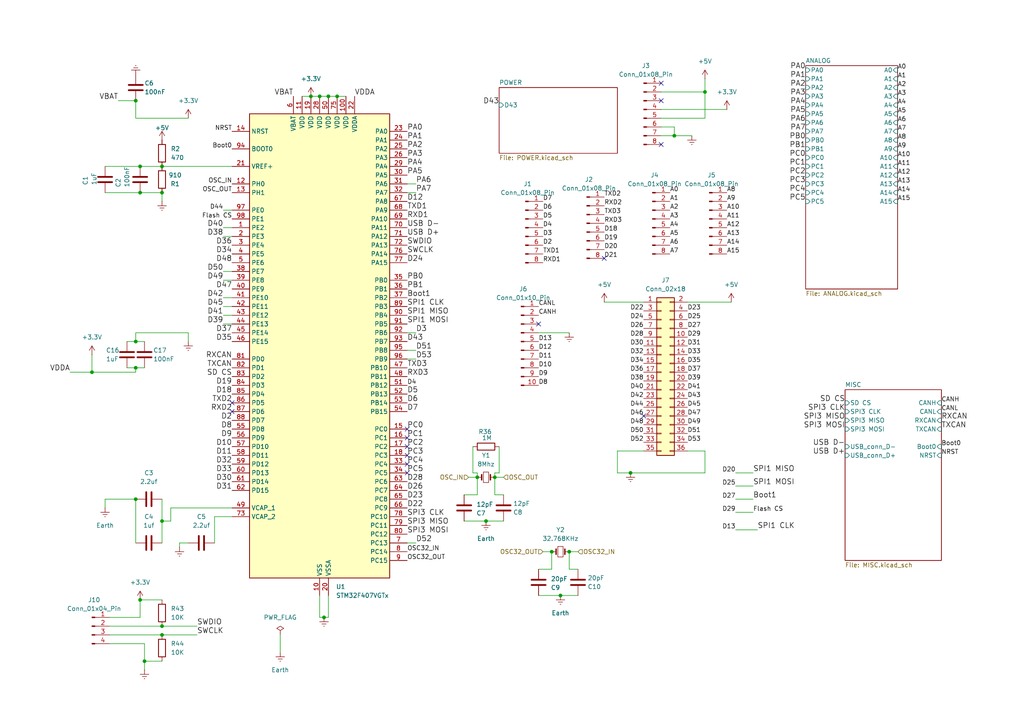
<source format=kicad_sch>
(kicad_sch (version 20231120) (generator "eeschema") (generator_version "8.0")
  (paper "A4")
  (title_block (title "STM32F407 Mega Layout") (date "2025-02-22") (rev "1.2") (company "MAZDUINO") (comment 1 "202501"))
  (lib_symbols
    (symbol "Connector:Conn_01x04_Pin" (pin_names (offset 1.016) hide)
      (property "Reference" "J" (at 0 5.08 0))
      (property "Value" "Conn_01x04_Pin" (at 0 -7.62 0))
      (symbol "Conn_01x04_Pin_1_1"
        (pin passive line (at 5.08 2.54 180) (length 3.81) (name "Pin_1") (number "1"))
        (pin passive line (at 5.08 0 180) (length 3.81) (name "Pin_2") (number "2"))
        (pin passive line (at 5.08 -2.54 180) (length 3.81) (name "Pin_3") (number "3"))
        (pin passive line (at 5.08 -5.08 180) (length 3.81) (name "Pin_4") (number "4"))
      )
    )
    (symbol "Connector:Conn_01x08_Pin" (pin_names (offset 1.016) hide)
      (property "Reference" "J" (at 0 10.16 0))
      (property "Value" "Conn_01x08_Pin" (at 0 -12.7 0))
      (symbol "Conn_01x08_Pin_1_1"
        (pin passive line (at 5.08 7.62 180) (length 3.81) (name "Pin_1") (number "1"))
        (pin passive line (at 5.08 5.08 180) (length 3.81) (name "Pin_2") (number "2"))
        (pin passive line (at 5.08 2.54 180) (length 3.81) (name "Pin_3") (number "3"))
        (pin passive line (at 5.08 0 180) (length 3.81) (name "Pin_4") (number "4"))
        (pin passive line (at 5.08 -2.54 180) (length 3.81) (name "Pin_5") (number "5"))
        (pin passive line (at 5.08 -5.08 180) (length 3.81) (name "Pin_6") (number "6"))
        (pin passive line (at 5.08 -7.62 180) (length 3.81) (name "Pin_7") (number "7"))
        (pin passive line (at 5.08 -10.16 180) (length 3.81) (name "Pin_8") (number "8"))
      )
    )
    (symbol "Connector:Conn_01x10_Pin" (pin_names (offset 1.016) hide)
      (property "Reference" "J" (at 0 12.7 0))
      (property "Value" "Conn_01x10_Pin" (at 0 -15.24 0))
      (symbol "Conn_01x10_Pin_1_1"
        (pin passive line (at 5.08 10.16 180) (length 3.81) (name "Pin_1") (number "1"))
        (pin passive line (at 5.08 -12.7 180) (length 3.81) (name "Pin_10") (number "10"))
        (pin passive line (at 5.08 7.62 180) (length 3.81) (name "Pin_2") (number "2"))
        (pin passive line (at 5.08 5.08 180) (length 3.81) (name "Pin_3") (number "3"))
        (pin passive line (at 5.08 2.54 180) (length 3.81) (name "Pin_4") (number "4"))
        (pin passive line (at 5.08 0 180) (length 3.81) (name "Pin_5") (number "5"))
        (pin passive line (at 5.08 -2.54 180) (length 3.81) (name "Pin_6") (number "6"))
        (pin passive line (at 5.08 -5.08 180) (length 3.81) (name "Pin_7") (number "7"))
        (pin passive line (at 5.08 -7.62 180) (length 3.81) (name "Pin_8") (number "8"))
        (pin passive line (at 5.08 -10.16 180) (length 3.81) (name "Pin_9") (number "9"))
      )
    )
    (symbol "Connector_Generic:Conn_02x18_Odd_Even" (pin_names (offset 1.016) hide)
      (property "Reference" "J" (at 1.27 22.86 0))
      (property "Value" "Conn_02x18_Odd_Even" (at 1.27 -25.4 0))
      (symbol "Conn_02x18_Odd_Even_1_1"
        (pin passive line (at -5.08 20.32 0) (length 3.81) (name "Pin_1") (number "1"))
        (pin passive line (at 7.62 10.16 180) (length 3.81) (name "Pin_10") (number "10"))
        (pin passive line (at -5.08 7.62 0) (length 3.81) (name "Pin_11") (number "11"))
        (pin passive line (at 7.62 7.62 180) (length 3.81) (name "Pin_12") (number "12"))
        (pin passive line (at -5.08 5.08 0) (length 3.81) (name "Pin_13") (number "13"))
        (pin passive line (at 7.62 5.08 180) (length 3.81) (name "Pin_14") (number "14"))
        (pin passive line (at -5.08 2.54 0) (length 3.81) (name "Pin_15") (number "15"))
        (pin passive line (at 7.62 2.54 180) (length 3.81) (name "Pin_16") (number "16"))
        (pin passive line (at -5.08 0 0) (length 3.81) (name "Pin_17") (number "17"))
        (pin passive line (at 7.62 0 180) (length 3.81) (name "Pin_18") (number "18"))
        (pin passive line (at -5.08 -2.54 0) (length 3.81) (name "Pin_19") (number "19"))
        (pin passive line (at 7.62 20.32 180) (length 3.81) (name "Pin_2") (number "2"))
        (pin passive line (at 7.62 -2.54 180) (length 3.81) (name "Pin_20") (number "20"))
        (pin passive line (at -5.08 -5.08 0) (length 3.81) (name "Pin_21") (number "21"))
        (pin passive line (at 7.62 -5.08 180) (length 3.81) (name "Pin_22") (number "22"))
        (pin passive line (at -5.08 -7.62 0) (length 3.81) (name "Pin_23") (number "23"))
        (pin passive line (at 7.62 -7.62 180) (length 3.81) (name "Pin_24") (number "24"))
        (pin passive line (at -5.08 -10.16 0) (length 3.81) (name "Pin_25") (number "25"))
        (pin passive line (at 7.62 -10.16 180) (length 3.81) (name "Pin_26") (number "26"))
        (pin passive line (at -5.08 -12.7 0) (length 3.81) (name "Pin_27") (number "27"))
        (pin passive line (at 7.62 -12.7 180) (length 3.81) (name "Pin_28") (number "28"))
        (pin passive line (at -5.08 -15.24 0) (length 3.81) (name "Pin_29") (number "29"))
        (pin passive line (at -5.08 17.78 0) (length 3.81) (name "Pin_3") (number "3"))
        (pin passive line (at 7.62 -15.24 180) (length 3.81) (name "Pin_30") (number "30"))
        (pin passive line (at -5.08 -17.78 0) (length 3.81) (name "Pin_31") (number "31"))
        (pin passive line (at 7.62 -17.78 180) (length 3.81) (name "Pin_32") (number "32"))
        (pin passive line (at -5.08 -20.32 0) (length 3.81) (name "Pin_33") (number "33"))
        (pin passive line (at 7.62 -20.32 180) (length 3.81) (name "Pin_34") (number "34"))
        (pin passive line (at -5.08 -22.86 0) (length 3.81) (name "Pin_35") (number "35"))
        (pin passive line (at 7.62 -22.86 180) (length 3.81) (name "Pin_36") (number "36"))
        (pin passive line (at 7.62 17.78 180) (length 3.81) (name "Pin_4") (number "4"))
        (pin passive line (at -5.08 15.24 0) (length 3.81) (name "Pin_5") (number "5"))
        (pin passive line (at 7.62 15.24 180) (length 3.81) (name "Pin_6") (number "6"))
        (pin passive line (at -5.08 12.7 0) (length 3.81) (name "Pin_7") (number "7"))
        (pin passive line (at 7.62 12.7 180) (length 3.81) (name "Pin_8") (number "8"))
        (pin passive line (at -5.08 10.16 0) (length 3.81) (name "Pin_9") (number "9"))
      )
    )
    (symbol "Device:C" (pin_numbers hide) (pin_names (offset 0.254))
      (property "Reference" "C" (at 0.635 2.54 0))
      (property "Value" "C" (at 0.635 -2.54 0))
      (symbol "C_1_1"
        (pin passive line (at 0 3.81 270) (length 2.794) (name "~") (number "1"))
        (pin passive line (at 0 -3.81 90) (length 2.794) (name "~") (number "2"))
      )
    )
    (symbol "Device:Crystal_Small" (pin_numbers hide) (pin_names (offset 1.016) hide)
      (property "Reference" "Y" (at 0 2.54 0))
      (property "Value" "Crystal_Small" (at 0 -2.54 0))
      (symbol "Crystal_Small_1_1"
        (pin passive line (at -2.54 0 0) (length 1.27) (name "1") (number "1"))
        (pin passive line (at 2.54 0 180) (length 1.27) (name "2") (number "2"))
      )
    )
    (symbol "Device:R" (pin_numbers hide) (pin_names (offset 0))
      (property "Reference" "R" (at 2.032 0 90))
      (property "Value" "R" (at 0 0 90))
      (symbol "R_1_1"
        (pin passive line (at 0 3.81 270) (length 1.27) (name "~") (number "1"))
        (pin passive line (at 0 -3.81 90) (length 1.27) (name "~") (number "2"))
      )
    )
    (symbol "MCU_ST_STM32F4:STM32F407VGTx"
      (property "Reference" "U" (at -20.32 69.85 0))
      (property "Value" "STM32F407VGTx" (at 12.7 69.85 0))
      (symbol "STM32F407VGTx_1_1"
        (pin bidirectional line (at -25.4 35.56 0) (length 5.08) (name "PE2") (number "1"))
        (pin power_in line (at 0 -71.12 90) (length 5.08) (name "VSS") (number "10"))
        (pin power_in line (at 7.62 73.66 270) (length 5.08) (name "VDD") (number "100"))
        (pin power_in line (at -5.08 73.66 270) (length 5.08) (name "VDD") (number "11"))
        (pin bidirectional line (at -25.4 48.26 0) (length 5.08) (name "PH0") (number "12"))
        (pin bidirectional line (at -25.4 45.72 0) (length 5.08) (name "PH1") (number "13"))
        (pin input line (at -25.4 63.5 0) (length 5.08) (name "NRST") (number "14"))
        (pin bidirectional line (at 25.4 -22.86 180) (length 5.08) (name "PC0") (number "15"))
        (pin bidirectional line (at 25.4 -25.4 180) (length 5.08) (name "PC1") (number "16"))
        (pin bidirectional line (at 25.4 -27.94 180) (length 5.08) (name "PC2") (number "17"))
        (pin bidirectional line (at 25.4 -30.48 180) (length 5.08) (name "PC3") (number "18"))
        (pin power_in line (at -2.54 73.66 270) (length 5.08) (name "VDD") (number "19"))
        (pin bidirectional line (at -25.4 33.02 0) (length 5.08) (name "PE3") (number "2"))
        (pin power_in line (at 2.54 -71.12 90) (length 5.08) (name "VSSA") (number "20"))
        (pin input line (at -25.4 53.34 0) (length 5.08) (name "VREF+") (number "21"))
        (pin power_in line (at 10.16 73.66 270) (length 5.08) (name "VDDA") (number "22"))
        (pin bidirectional line (at 25.4 63.5 180) (length 5.08) (name "PA0") (number "23"))
        (pin bidirectional line (at 25.4 60.96 180) (length 5.08) (name "PA1") (number "24"))
        (pin bidirectional line (at 25.4 58.42 180) (length 5.08) (name "PA2") (number "25"))
        (pin bidirectional line (at 25.4 55.88 180) (length 5.08) (name "PA3") (number "26"))
        (pin passive line (at 0 -71.12 90) (length 5.08) hide (name "VSS") (number "27"))
        (pin power_in line (at 0 73.66 270) (length 5.08) (name "VDD") (number "28"))
        (pin bidirectional line (at 25.4 53.34 180) (length 5.08) (name "PA4") (number "29"))
        (pin bidirectional line (at -25.4 30.48 0) (length 5.08) (name "PE4") (number "3"))
        (pin bidirectional line (at 25.4 50.8 180) (length 5.08) (name "PA5") (number "30"))
        (pin bidirectional line (at 25.4 48.26 180) (length 5.08) (name "PA6") (number "31"))
        (pin bidirectional line (at 25.4 45.72 180) (length 5.08) (name "PA7") (number "32"))
        (pin bidirectional line (at 25.4 -33.02 180) (length 5.08) (name "PC4") (number "33"))
        (pin bidirectional line (at 25.4 -35.56 180) (length 5.08) (name "PC5") (number "34"))
        (pin bidirectional line (at 25.4 20.32 180) (length 5.08) (name "PB0") (number "35"))
        (pin bidirectional line (at 25.4 17.78 180) (length 5.08) (name "PB1") (number "36"))
        (pin bidirectional line (at 25.4 15.24 180) (length 5.08) (name "PB2") (number "37"))
        (pin bidirectional line (at -25.4 22.86 0) (length 5.08) (name "PE7") (number "38"))
        (pin bidirectional line (at -25.4 20.32 0) (length 5.08) (name "PE8") (number "39"))
        (pin bidirectional line (at -25.4 27.94 0) (length 5.08) (name "PE5") (number "4"))
        (pin bidirectional line (at -25.4 17.78 0) (length 5.08) (name "PE9") (number "40"))
        (pin bidirectional line (at -25.4 15.24 0) (length 5.08) (name "PE10") (number "41"))
        (pin bidirectional line (at -25.4 12.7 0) (length 5.08) (name "PE11") (number "42"))
        (pin bidirectional line (at -25.4 10.16 0) (length 5.08) (name "PE12") (number "43"))
        (pin bidirectional line (at -25.4 7.62 0) (length 5.08) (name "PE13") (number "44"))
        (pin bidirectional line (at -25.4 5.08 0) (length 5.08) (name "PE14") (number "45"))
        (pin bidirectional line (at -25.4 2.54 0) (length 5.08) (name "PE15") (number "46"))
        (pin bidirectional line (at 25.4 -5.08 180) (length 5.08) (name "PB10") (number "47"))
        (pin bidirectional line (at 25.4 -7.62 180) (length 5.08) (name "PB11") (number "48"))
        (pin power_out line (at -25.4 -45.72 0) (length 5.08) (name "VCAP_1") (number "49"))
        (pin bidirectional line (at -25.4 25.4 0) (length 5.08) (name "PE6") (number "5"))
        (pin power_in line (at 2.54 73.66 270) (length 5.08) (name "VDD") (number "50"))
        (pin bidirectional line (at 25.4 -10.16 180) (length 5.08) (name "PB12") (number "51"))
        (pin bidirectional line (at 25.4 -12.7 180) (length 5.08) (name "PB13") (number "52"))
        (pin bidirectional line (at 25.4 -15.24 180) (length 5.08) (name "PB14") (number "53"))
        (pin bidirectional line (at 25.4 -17.78 180) (length 5.08) (name "PB15") (number "54"))
        (pin bidirectional line (at -25.4 -22.86 0) (length 5.08) (name "PD8") (number "55"))
        (pin bidirectional line (at -25.4 -25.4 0) (length 5.08) (name "PD9") (number "56"))
        (pin bidirectional line (at -25.4 -27.94 0) (length 5.08) (name "PD10") (number "57"))
        (pin bidirectional line (at -25.4 -30.48 0) (length 5.08) (name "PD11") (number "58"))
        (pin bidirectional line (at -25.4 -33.02 0) (length 5.08) (name "PD12") (number "59"))
        (pin power_in line (at -7.62 73.66 270) (length 5.08) (name "VBAT") (number "6"))
        (pin bidirectional line (at -25.4 -35.56 0) (length 5.08) (name "PD13") (number "60"))
        (pin bidirectional line (at -25.4 -38.1 0) (length 5.08) (name "PD14") (number "61"))
        (pin bidirectional line (at -25.4 -40.64 0) (length 5.08) (name "PD15") (number "62"))
        (pin bidirectional line (at 25.4 -38.1 180) (length 5.08) (name "PC6") (number "63"))
        (pin bidirectional line (at 25.4 -40.64 180) (length 5.08) (name "PC7") (number "64"))
        (pin bidirectional line (at 25.4 -43.18 180) (length 5.08) (name "PC8") (number "65"))
        (pin bidirectional line (at 25.4 -45.72 180) (length 5.08) (name "PC9") (number "66"))
        (pin bidirectional line (at 25.4 43.18 180) (length 5.08) (name "PA8") (number "67"))
        (pin bidirectional line (at 25.4 40.64 180) (length 5.08) (name "PA9") (number "68"))
        (pin bidirectional line (at 25.4 38.1 180) (length 5.08) (name "PA10") (number "69"))
        (pin bidirectional line (at 25.4 -55.88 180) (length 5.08) (name "PC13") (number "7"))
        (pin bidirectional line (at 25.4 35.56 180) (length 5.08) (name "PA11") (number "70"))
        (pin bidirectional line (at 25.4 33.02 180) (length 5.08) (name "PA12") (number "71"))
        (pin bidirectional line (at 25.4 30.48 180) (length 5.08) (name "PA13") (number "72"))
        (pin power_out line (at -25.4 -48.26 0) (length 5.08) (name "VCAP_2") (number "73"))
        (pin passive line (at 0 -71.12 90) (length 5.08) hide (name "VSS") (number "74"))
        (pin power_in line (at 5.08 73.66 270) (length 5.08) (name "VDD") (number "75"))
        (pin bidirectional line (at 25.4 27.94 180) (length 5.08) (name "PA14") (number "76"))
        (pin bidirectional line (at 25.4 25.4 180) (length 5.08) (name "PA15") (number "77"))
        (pin bidirectional line (at 25.4 -48.26 180) (length 5.08) (name "PC10") (number "78"))
        (pin bidirectional line (at 25.4 -50.8 180) (length 5.08) (name "PC11") (number "79"))
        (pin bidirectional line (at 25.4 -58.42 180) (length 5.08) (name "PC14") (number "8"))
        (pin bidirectional line (at 25.4 -53.34 180) (length 5.08) (name "PC12") (number "80"))
        (pin bidirectional line (at -25.4 -2.54 0) (length 5.08) (name "PD0") (number "81"))
        (pin bidirectional line (at -25.4 -5.08 0) (length 5.08) (name "PD1") (number "82"))
        (pin bidirectional line (at -25.4 -7.62 0) (length 5.08) (name "PD2") (number "83"))
        (pin bidirectional line (at -25.4 -10.16 0) (length 5.08) (name "PD3") (number "84"))
        (pin bidirectional line (at -25.4 -12.7 0) (length 5.08) (name "PD4") (number "85"))
        (pin bidirectional line (at -25.4 -15.24 0) (length 5.08) (name "PD5") (number "86"))
        (pin bidirectional line (at -25.4 -17.78 0) (length 5.08) (name "PD6") (number "87"))
        (pin bidirectional line (at -25.4 -20.32 0) (length 5.08) (name "PD7") (number "88"))
        (pin bidirectional line (at 25.4 12.7 180) (length 5.08) (name "PB3") (number "89"))
        (pin bidirectional line (at 25.4 -60.96 180) (length 5.08) (name "PC15") (number "9"))
        (pin bidirectional line (at 25.4 10.16 180) (length 5.08) (name "PB4") (number "90"))
        (pin bidirectional line (at 25.4 7.62 180) (length 5.08) (name "PB5") (number "91"))
        (pin bidirectional line (at 25.4 5.08 180) (length 5.08) (name "PB6") (number "92"))
        (pin bidirectional line (at 25.4 2.54 180) (length 5.08) (name "PB7") (number "93"))
        (pin input line (at -25.4 58.42 0) (length 5.08) (name "BOOT0") (number "94"))
        (pin bidirectional line (at 25.4 0 180) (length 5.08) (name "PB8") (number "95"))
        (pin bidirectional line (at 25.4 -2.54 180) (length 5.08) (name "PB9") (number "96"))
        (pin bidirectional line (at -25.4 40.64 0) (length 5.08) (name "PE0") (number "97"))
        (pin bidirectional line (at -25.4 38.1 0) (length 5.08) (name "PE1") (number "98"))
        (pin passive line (at 0 -71.12 90) (length 5.08) hide (name "VSS") (number "99"))
      )
    )
    (symbol "power:+3.3V" (power) (pin_numbers hide) (pin_names (offset 0) hide)
      (property "Value" "+3.3V" (at 0 3.556 0))
      (symbol "+3.3V_1_1"
        (pin power_in line (at 0 0 90) (length 0) (name "~") (number "1"))
      )
    )
    (symbol "power:+5V" (power) (pin_numbers hide) (pin_names (offset 0) hide)
      (property "Value" "+5V" (at 0 3.556 0))
      (symbol "+5V_1_1"
        (pin power_in line (at 0 0 90) (length 0) (name "~") (number "1"))
      )
    )
    (symbol "power:Earth" (power) (pin_numbers hide) (pin_names (offset 0) hide)
      (property "Value" "Earth" (at 0 -3.81 0))
      (symbol "Earth_1_1"
        (pin power_in line (at 0 0 270) (length 0) (name "~") (number "1"))
      )
    )
    (symbol "power:PWR_FLAG" (power) (pin_numbers hide) (pin_names (offset 0) hide)
      (property "Value" "PWR_FLAG" (at 0 3.81 0))
      (symbol "PWR_FLAG_0_0"
        (pin power_out line (at 0 0 90) (length 0) (name "~") (number "1"))
      )
    )
  )
  (junction (at 140.97 151.13))
  (junction (at 92.71 27.94))
  (junction (at 46.99 48.26))
  (junction (at 182.88 137.16))
  (junction (at 46.99 151.13))
  (junction (at 160.02 160.02))
  (junction (at 40.64 48.26))
  (junction (at 39.37 99.06))
  (junction (at 39.37 144.78))
  (junction (at 195.58 39.37))
  (junction (at 40.64 55.88))
  (junction (at 165.1 160.02))
  (junction (at 46.99 55.88))
  (junction (at 26.67 107.95))
  (junction (at 90.17 27.94))
  (junction (at 39.37 29.21))
  (junction (at 93.98 179.07))
  (junction (at 46.99 184.15))
  (junction (at 162.56 172.72))
  (junction (at 41.91 191.77))
  (junction (at 39.37 106.68))
  (junction (at 204.47 26.67))
  (junction (at 46.99 181.61))
  (junction (at 95.25 27.94))
  (junction (at 143.51 138.43))
  (junction (at 138.43 138.43))
  (junction (at 40.64 173.99))
  (junction (at 97.79 27.94))
  (no_connect (at 175.26 74.93))
  (no_connect (at 118.11 137.16))
  (no_connect (at 156.21 93.98))
  (no_connect (at 191.77 24.13))
  (no_connect (at 118.11 124.46))
  (no_connect (at 67.31 116.84))
  (no_connect (at 118.11 132.08))
  (no_connect (at 67.31 119.38))
  (no_connect (at 186.69 120.65))
  (no_connect (at 191.77 29.21))
  (no_connect (at 118.11 127))
  (no_connect (at 118.11 134.62))
  (no_connect (at 191.77 41.91))
  (no_connect (at 118.11 129.54))
  (wire (pts (xy 67.31 48.26) (xy 46.99 48.26)))
  (wire (pts (xy 144.78 129.54) (xy 144.78 137.16)))
  (wire (pts (xy 64.77 93.98) (xy 67.31 93.98)))
  (wire (pts (xy 39.37 144.78) (xy 39.37 157.48)))
  (wire (pts (xy 87.63 27.94) (xy 90.17 27.94)))
  (wire (pts (xy 81.28 184.15) (xy 81.28 189.23)))
  (wire (pts (xy 41.91 186.69) (xy 41.91 191.77)))
  (wire (pts (xy 36.83 106.68) (xy 39.37 106.68)))
  (wire (pts (xy 191.77 36.83) (xy 195.58 36.83)))
  (wire (pts (xy 213.36 140.97) (xy 218.44 140.97)))
  (wire (pts (xy 157.48 160.02) (xy 160.02 160.02)))
  (wire (pts (xy 191.77 31.75) (xy 210.82 31.75)))
  (wire (pts (xy 120.65 53.34) (xy 118.11 53.34)))
  (wire (pts (xy 144.78 137.16) (xy 143.51 137.16)))
  (wire (pts (xy 92.71 172.72) (xy 92.71 179.07)))
  (wire (pts (xy 179.07 137.16) (xy 182.88 137.16)))
  (wire (pts (xy 204.47 22.86) (xy 204.47 26.67)))
  (wire (pts (xy 134.62 151.13) (xy 140.97 151.13)))
  (wire (pts (xy 46.99 181.61) (xy 31.75 181.61)))
  (wire (pts (xy 39.37 99.06) (xy 41.91 99.06)))
  (wire (pts (xy 135.89 138.43) (xy 138.43 138.43)))
  (wire (pts (xy 92.71 179.07) (xy 93.98 179.07)))
  (wire (pts (xy 26.67 102.87) (xy 26.67 107.95)))
  (wire (pts (xy 191.77 39.37) (xy 195.58 39.37)))
  (wire (pts (xy 140.97 151.13) (xy 146.05 151.13)))
  (wire (pts (xy 39.37 144.78) (xy 30.48 144.78)))
  (wire (pts (xy 40.64 48.26) (xy 46.99 48.26)))
  (wire (pts (xy 143.51 138.43) (xy 146.05 138.43)))
  (wire (pts (xy 52.07 157.48) (xy 52.07 158.75)))
  (wire (pts (xy 64.77 78.74) (xy 67.31 78.74)))
  (wire (pts (xy 160.02 165.1) (xy 156.21 165.1)))
  (wire (pts (xy 46.99 58.42) (xy 46.99 55.88)))
  (wire (pts (xy 40.64 173.99) (xy 46.99 173.99)))
  (wire (pts (xy 195.58 39.37) (xy 200.66 39.37)))
  (wire (pts (xy 95.25 27.94) (xy 97.79 27.94)))
  (wire (pts (xy 204.47 26.67) (xy 204.47 34.29)))
  (wire (pts (xy 120.65 96.52) (xy 118.11 96.52)))
  (wire (pts (xy 156.21 172.72) (xy 162.56 172.72)))
  (wire (pts (xy 40.64 55.88) (xy 46.99 55.88)))
  (wire (pts (xy 49.53 151.13) (xy 46.99 151.13)))
  (wire (pts (xy 40.64 179.07) (xy 40.64 173.99)))
  (wire (pts (xy 143.51 143.51) (xy 143.51 138.43)))
  (wire (pts (xy 31.75 186.69) (xy 41.91 186.69)))
  (wire (pts (xy 191.77 26.67) (xy 204.47 26.67)))
  (wire (pts (xy 213.36 153.67) (xy 219.71 153.67)))
  (wire (pts (xy 137.16 129.54) (xy 137.16 137.16)))
  (wire (pts (xy 146.05 143.51) (xy 143.51 143.51)))
  (wire (pts (xy 165.1 96.52) (xy 156.21 96.52)))
  (wire (pts (xy 120.65 101.6) (xy 118.11 101.6)))
  (wire (pts (xy 52.07 157.48) (xy 54.61 157.48)))
  (wire (pts (xy 160.02 160.02) (xy 160.02 165.1)))
  (wire (pts (xy 30.48 48.26) (xy 40.64 48.26)))
  (wire (pts (xy 165.1 160.02) (xy 167.64 160.02)))
  (wire (pts (xy 64.77 88.9) (xy 67.31 88.9)))
  (wire (pts (xy 64.77 91.44) (xy 67.31 91.44)))
  (wire (pts (xy 175.26 87.63) (xy 186.69 87.63)))
  (wire (pts (xy 34.29 29.21) (xy 39.37 29.21)))
  (wire (pts (xy 62.23 149.86) (xy 62.23 157.48)))
  (wire (pts (xy 36.83 99.06) (xy 39.37 99.06)))
  (wire (pts (xy 213.36 144.78) (xy 218.44 144.78)))
  (wire (pts (xy 46.99 144.78) (xy 46.99 151.13)))
  (wire (pts (xy 57.15 181.61) (xy 46.99 181.61)))
  (wire (pts (xy 49.53 147.32) (xy 49.53 151.13)))
  (wire (pts (xy 54.61 99.06) (xy 54.61 96.52)))
  (wire (pts (xy 213.36 148.59) (xy 218.44 148.59)))
  (wire (pts (xy 204.47 130.81) (xy 199.39 130.81)))
  (wire (pts (xy 64.77 66.04) (xy 67.31 66.04)))
  (wire (pts (xy 64.77 86.36) (xy 67.31 86.36)))
  (wire (pts (xy 179.07 130.81) (xy 179.07 137.16)))
  (wire (pts (xy 120.65 55.88) (xy 118.11 55.88)))
  (wire (pts (xy 67.31 149.86) (xy 62.23 149.86)))
  (wire (pts (xy 20.32 107.95) (xy 26.67 107.95)))
  (wire (pts (xy 120.65 157.48) (xy 118.11 157.48)))
  (wire (pts (xy 41.91 191.77) (xy 41.91 194.31)))
  (wire (pts (xy 64.77 81.28) (xy 67.31 81.28)))
  (wire (pts (xy 165.1 165.1) (xy 165.1 160.02)))
  (wire (pts (xy 138.43 143.51) (xy 134.62 143.51)))
  (wire (pts (xy 182.88 137.16) (xy 204.47 137.16)))
  (wire (pts (xy 204.47 34.29) (xy 191.77 34.29)))
  (wire (pts (xy 186.69 130.81) (xy 179.07 130.81)))
  (wire (pts (xy 213.36 137.16) (xy 218.44 137.16)))
  (wire (pts (xy 167.64 165.1) (xy 165.1 165.1)))
  (wire (pts (xy 46.99 191.77) (xy 41.91 191.77)))
  (wire (pts (xy 199.39 87.63) (xy 212.09 87.63)))
  (wire (pts (xy 26.67 107.95) (xy 39.37 107.95)))
  (wire (pts (xy 30.48 55.88) (xy 40.64 55.88)))
  (wire (pts (xy 138.43 137.16) (xy 138.43 138.43)))
  (wire (pts (xy 162.56 172.72) (xy 167.64 172.72)))
  (wire (pts (xy 39.37 96.52) (xy 39.37 99.06)))
  (wire (pts (xy 31.75 179.07) (xy 40.64 179.07)))
  (wire (pts (xy 97.79 27.94) (xy 100.33 27.94)))
  (wire (pts (xy 95.25 179.07) (xy 95.25 172.72)))
  (wire (pts (xy 64.77 68.58) (xy 67.31 68.58)))
  (wire (pts (xy 137.16 137.16) (xy 138.43 137.16)))
  (wire (pts (xy 46.99 151.13) (xy 46.99 157.48)))
  (wire (pts (xy 143.51 137.16) (xy 143.51 138.43)))
  (wire (pts (xy 54.61 96.52) (xy 39.37 96.52)))
  (wire (pts (xy 64.77 60.96) (xy 67.31 60.96)))
  (wire (pts (xy 120.65 104.14) (xy 118.11 104.14)))
  (wire (pts (xy 39.37 34.29) (xy 39.37 29.21)))
  (wire (pts (xy 46.99 184.15) (xy 57.15 184.15)))
  (wire (pts (xy 67.31 147.32) (xy 49.53 147.32)))
  (wire (pts (xy 90.17 27.94) (xy 92.71 27.94)))
  (wire (pts (xy 39.37 34.29) (xy 54.61 34.29)))
  (wire (pts (xy 204.47 137.16) (xy 204.47 130.81)))
  (wire (pts (xy 39.37 106.68) (xy 41.91 106.68)))
  (wire (pts (xy 30.48 144.78) (xy 30.48 147.32)))
  (wire (pts (xy 92.71 27.94) (xy 95.25 27.94)))
  (wire (pts (xy 138.43 138.43) (xy 138.43 143.51)))
  (wire (pts (xy 195.58 36.83) (xy 195.58 39.37)))
  (wire (pts (xy 93.98 179.07) (xy 95.25 179.07)))
  (wire (pts (xy 39.37 107.95) (xy 39.37 106.68)))
  (wire (pts (xy 31.75 184.15) (xy 46.99 184.15)))
  (label "D20" (at 213.36 137.16 180))
  (label "PA5" (at 233.68 33.02 180) (effects (font (size 1.524 1.524))))
  (label "D22" (at 118.11 147.32 0) (effects (font (size 1.524 1.524))))
  (label "SWDIO" (at 118.11 71.12 0) (effects (font (size 1.524 1.524))))
  (label "D19" (at 67.31 111.76 180) (effects (font (size 1.524 1.524))))
  (label "D23" (at 199.39 90.17 0))
  (label "Boot1" (at 118.11 86.36 0) (effects (font (size 1.524 1.524))))
  (label "D48" (at 186.69 123.19 180))
  (label "A5" (at 260.35 33.02 0))
  (label "D41" (at 64.77 91.44 180) (effects (font (size 1.524 1.524))))
  (label "D47" (at 199.39 120.65 0))
  (label "D8" (at 156.21 111.76 0))
  (label "D37" (at 199.39 107.95 0))
  (label "TXCAN" (at 67.31 106.68 180) (effects (font (size 1.524 1.524))))
  (label "D38" (at 64.77 68.58 180) (effects (font (size 1.524 1.524))))
  (label "TXD2" (at 175.26 57.15 0))
  (label "Flash CS" (at 67.31 63.5 180))
  (label "D32" (at 67.31 134.62 180) (effects (font (size 1.524 1.524))))
  (label "D42" (at 186.69 115.57 180))
  (label "VBAT" (at 85.09 27.94 180) (effects (font (size 1.524 1.524))))
  (label "RXCAN" (at 273.05 121.92 0) (effects (font (size 1.524 1.524))))
  (label "D34" (at 67.31 73.66 180) (effects (font (size 1.524 1.524))))
  (label "A2" (at 260.35 25.4 0))
  (label "RXD3" (at 118.11 109.22 0) (effects (font (size 1.524 1.524))))
  (label "D30" (at 186.69 100.33 180))
  (label "D49" (at 64.77 81.28 180) (effects (font (size 1.524 1.524))))
  (label "OSC32_IN" (at 118.11 160.02 0))
  (label "SD CS" (at 245.11 116.84 180) (effects (font (size 1.524 1.524))))
  (label "D20" (at 175.26 72.39 0))
  (label "NRST" (at 273.05 132.08 0))
  (label "TXD2" (at 67.31 116.84 180) (effects (font (size 1.524 1.524))))
  (label "PA7" (at 120.65 55.88 0) (effects (font (size 1.524 1.524))))
  (label "A10" (at 260.35 45.72 0))
  (label "SPI3 MISO" (at 118.11 152.4 0) (effects (font (size 1.524 1.524))))
  (label "D40" (at 186.69 113.03 180))
  (label "SPI1 MOSI" (at 118.11 93.98 0) (effects (font (size 1.524 1.524))))
  (label "A3" (at 260.35 27.94 0))
  (label "PA2" (at 118.11 43.18 0) (effects (font (size 1.524 1.524))))
  (label "PA2" (at 233.68 25.4 180) (effects (font (size 1.524 1.524))))
  (label "D52" (at 186.69 128.27 180))
  (label "PB0" (at 233.68 40.64 180) (effects (font (size 1.524 1.524))))
  (label "SPI3 MISO" (at 245.11 121.92 180) (effects (font (size 1.524 1.524))))
  (label "A7" (at 260.35 38.1 0))
  (label "SPI3 CLK" (at 118.11 149.86 0) (effects (font (size 1.524 1.524))))
  (label "PC0" (at 233.68 45.72 180) (effects (font (size 1.524 1.524))))
  (label "D43" (at 144.78 30.48 180) (effects (font (size 1.524 1.524))))
  (label "A13" (at 260.35 53.34 0))
  (label "D11" (at 156.21 104.14 0))
  (label "PA4" (at 233.68 30.48 180) (effects (font (size 1.524 1.524))))
  (label "SD CS" (at 67.31 109.22 180) (effects (font (size 1.524 1.524))))
  (label "D3" (at 157.48 68.58 0))
  (label "A10" (at 210.82 60.96 0))
  (label "D45" (at 199.39 118.11 0))
  (label "D36" (at 186.69 107.95 180))
  (label "PB0" (at 118.11 81.28 0) (effects (font (size 1.524 1.524))))
  (label "RXCAN" (at 67.31 104.14 180) (effects (font (size 1.524 1.524))))
  (label "D11" (at 67.31 132.08 180) (effects (font (size 1.524 1.524))))
  (label "PA3" (at 118.11 45.72 0) (effects (font (size 1.524 1.524))))
  (label "D27" (at 213.36 144.78 180))
  (label "SPI1 MOSI" (at 218.44 140.97 0) (effects (font (size 1.524 1.524))))
  (label "D27" (at 199.39 95.25 0))
  (label "A14" (at 260.35 55.88 0))
  (label "A12" (at 210.82 66.04 0))
  (label "PB1" (at 118.11 83.82 0) (effects (font (size 1.524 1.524))))
  (label "D34" (at 186.69 105.41 180))
  (label "USB D-" (at 245.11 129.54 180) (effects (font (size 1.524 1.524))))
  (label "CANH" (at 273.05 116.84 0))
  (label "TXCAN" (at 273.05 124.46 0) (effects (font (size 1.524 1.524))))
  (label "D24" (at 186.69 92.71 180))
  (label "D43" (at 199.39 115.57 0))
  (label "PC3" (at 118.11 132.08 0) (effects (font (size 1.524 1.524))))
  (label "D33" (at 199.39 102.87 0))
  (label "SPI3 MOSI" (at 118.11 154.94 0) (effects (font (size 1.524 1.524))))
  (label "D25" (at 199.39 92.71 0))
  (label "D7" (at 157.48 58.42 0))
  (label "A15" (at 260.35 58.42 0))
  (label "CANH" (at 156.21 91.44 0))
  (label "VDDA" (at 20.32 107.95 180) (effects (font (size 1.524 1.524))))
  (label "D49" (at 199.39 123.19 0))
  (label "D31" (at 67.31 142.24 180) (effects (font (size 1.524 1.524))))
  (label "D10" (at 156.21 106.68 0))
  (label "Boot0" (at 67.31 43.18 180))
  (label "D29" (at 199.39 97.79 0))
  (label "Boot0" (at 273.05 129.54 0))
  (label "D40" (at 64.77 66.04 180) (effects (font (size 1.524 1.524))))
  (label "D12" (at 118.11 58.42 0) (effects (font (size 1.524 1.524))))
  (label "D42" (at 64.77 86.36 180) (effects (font (size 1.524 1.524))))
  (label "SWDIO" (at 57.15 181.61 0) (effects (font (size 1.524 1.524))))
  (label "PA5" (at 118.11 50.8 0) (effects (font (size 1.524 1.524))))
  (label "A2" (at 194.31 60.96 0))
  (label "D25" (at 213.36 140.97 180))
  (label "OSC32_OUT" (at 118.11 162.56 0))
  (label "PC1" (at 118.11 127 0) (effects (font (size 1.524 1.524))))
  (label "D4" (at 118.11 111.76 0))
  (label "D26" (at 118.11 142.24 0) (effects (font (size 1.524 1.524))))
  (label "D50" (at 64.77 78.74 180) (effects (font (size 1.524 1.524))))
  (label "SWCLK" (at 57.15 184.15 0) (effects (font (size 1.524 1.524))))
  (label "D18" (at 67.31 114.3 180) (effects (font (size 1.524 1.524))))
  (label "PC1" (at 233.68 48.26 180) (effects (font (size 1.524 1.524))))
  (label "SPI1 CLK" (at 118.11 88.9 0) (effects (font (size 1.524 1.524))))
  (label "D44" (at 64.77 60.96 180))
  (label "VBAT" (at 34.29 29.21 180) (effects (font (size 1.524 1.524))))
  (label "D19" (at 175.26 69.85 0))
  (label "D30" (at 67.31 139.7 180) (effects (font (size 1.524 1.524))))
  (label "D6" (at 157.48 60.96 0))
  (label "USB D+" (at 245.11 132.08 180) (effects (font (size 1.524 1.524))))
  (label "PA0" (at 118.11 38.1 0) (effects (font (size 1.524 1.524))))
  (label "A7" (at 194.31 73.66 0))
  (label "D35" (at 199.39 105.41 0))
  (label "D23" (at 118.11 144.78 0) (effects (font (size 1.524 1.524))))
  (label "RXD1" (at 118.11 63.5 0) (effects (font (size 1.524 1.524))))
  (label "A3" (at 194.31 63.5 0))
  (label "PB1" (at 233.68 43.18 180) (effects (font (size 1.524 1.524))))
  (label "D46" (at 186.69 120.65 180))
  (label "D50" (at 186.69 125.73 180))
  (label "OSC_OUT" (at 67.31 55.88 180))
  (label "A5" (at 194.31 68.58 0))
  (label "SWCLK" (at 118.11 73.66 0) (effects (font (size 1.524 1.524))))
  (label "D47" (at 67.31 83.82 180) (effects (font (size 1.524 1.524))))
  (label "CANL" (at 273.05 119.38 0))
  (label "D3" (at 120.65 96.52 0) (effects (font (size 1.524 1.524))))
  (label "PA4" (at 118.11 48.26 0) (effects (font (size 1.524 1.524))))
  (label "PA6" (at 233.68 35.56 180) (effects (font (size 1.524 1.524))))
  (label "TXD3" (at 175.26 62.23 0))
  (label "D29" (at 213.36 148.59 180))
  (label "A4" (at 194.31 66.04 0))
  (label "SPI1 CLK" (at 219.71 153.67 0) (effects (font (size 1.524 1.524))))
  (label "D37" (at 67.31 96.52 180) (effects (font (size 1.524 1.524))))
  (label "A9" (at 260.35 43.18 0))
  (label "A8" (at 260.35 40.64 0))
  (label "PA6" (at 120.65 53.34 0) (effects (font (size 1.524 1.524))))
  (label "D52" (at 120.65 157.48 0) (effects (font (size 1.524 1.524))))
  (label "RXD3" (at 175.26 64.77 0))
  (label "D38" (at 186.69 110.49 180))
  (label "TXD1" (at 118.11 60.96 0) (effects (font (size 1.524 1.524))))
  (label "D6" (at 118.11 116.84 0) (effects (font (size 1.524 1.524))))
  (label "RXD2" (at 67.31 119.38 180) (effects (font (size 1.524 1.524))))
  (label "A0" (at 194.31 55.88 0))
  (label "D9" (at 67.31 127 180) (effects (font (size 1.524 1.524))))
  (label "D41" (at 199.39 113.03 0))
  (label "D28" (at 118.11 139.7 0) (effects (font (size 1.524 1.524))))
  (label "D7" (at 118.11 119.38 0) (effects (font (size 1.524 1.524))))
  (label "PC3" (at 233.68 53.34 180) (effects (font (size 1.524 1.524))))
  (label "D39" (at 64.77 93.98 180) (effects (font (size 1.524 1.524))))
  (label "D32" (at 186.69 102.87 180))
  (label "D51" (at 120.65 101.6 0) (effects (font (size 1.524 1.524))))
  (label "D13" (at 213.36 153.67 180))
  (label "A0" (at 260.35 20.32 0))
  (label "PC2" (at 118.11 129.54 0) (effects (font (size 1.524 1.524))))
  (label "D4" (at 157.48 66.04 0))
  (label "D9" (at 156.21 109.22 0))
  (label "A13" (at 210.82 68.58 0))
  (label "D2" (at 157.48 71.12 0))
  (label "D48" (at 67.31 76.2 180) (effects (font (size 1.524 1.524))))
  (label "A11" (at 210.82 63.5 0))
  (label "PC5" (at 233.68 58.42 180) (effects (font (size 1.524 1.524))))
  (label "PC4" (at 233.68 55.88 180) (effects (font (size 1.524 1.524))))
  (label "D2" (at 67.31 121.92 180) (effects (font (size 1.524 1.524))))
  (label "A1" (at 260.35 22.86 0))
  (label "D8" (at 67.31 124.46 180) (effects (font (size 1.524 1.524))))
  (label "Flash CS" (at 218.44 148.59 0))
  (label "PA0" (at 233.68 20.32 180) (effects (font (size 1.524 1.524))))
  (label "A6" (at 260.35 35.56 0))
  (label "A9" (at 210.82 58.42 0))
  (label "A4" (at 260.35 30.48 0))
  (label "D12" (at 156.21 101.6 0))
  (label "A1" (at 194.31 58.42 0))
  (label "A15" (at 210.82 73.66 0))
  (label "A11" (at 260.35 48.26 0))
  (label "CANL" (at 156.21 88.9 0))
  (label "D33" (at 67.31 137.16 180) (effects (font (size 1.524 1.524))))
  (label "D10" (at 67.31 129.54 180) (effects (font (size 1.524 1.524))))
  (label "D28" (at 186.69 97.79 180))
  (label "D45" (at 64.77 88.9 180) (effects (font (size 1.524 1.524))))
  (label "PA7" (at 233.68 38.1 180) (effects (font (size 1.524 1.524))))
  (label "D53" (at 120.65 104.14 0) (effects (font (size 1.524 1.524))))
  (label "OSC_IN" (at 67.31 53.34 180))
  (label "D35" (at 67.31 99.06 180) (effects (font (size 1.524 1.524))))
  (label "PC2" (at 233.68 50.8 180) (effects (font (size 1.524 1.524))))
  (label "PA1" (at 233.68 22.86 180) (effects (font (size 1.524 1.524))))
  (label "D53" (at 199.39 128.27 0))
  (label "A12" (at 260.35 50.8 0))
  (label "PC4" (at 118.11 134.62 0) (effects (font (size 1.524 1.524))))
  (label "TXD3" (at 118.11 106.68 0) (effects (font (size 1.524 1.524))))
  (label "Boot1" (at 218.44 144.78 0) (effects (font (size 1.524 1.524))))
  (label "TXD1" (at 157.48 73.66 0))
  (label "USB D+" (at 118.11 68.58 0) (effects (font (size 1.524 1.524))))
  (label "A6" (at 194.31 71.12 0))
  (label "D21" (at 175.26 74.93 0))
  (label "D13" (at 156.21 99.06 0))
  (label "D5" (at 157.48 63.5 0))
  (label "SPI3 MOSI" (at 245.11 124.46 180) (effects (font (size 1.524 1.524))))
  (label "RXD1" (at 157.48 76.2 0))
  (label "D44" (at 186.69 118.11 180))
  (label "D24" (at 118.11 76.2 0) (effects (font (size 1.524 1.524))))
  (label "D22" (at 186.69 90.17 180))
  (label "PC0" (at 118.11 124.46 0) (effects (font (size 1.524 1.524))))
  (label "D5" (at 118.11 114.3 0) (effects (font (size 1.524 1.524))))
  (label "NRST" (at 67.31 38.1 180))
  (label "D39" (at 199.39 110.49 0))
  (label "D18" (at 175.26 67.31 0))
  (label "PA3" (at 233.68 27.94 180) (effects (font (size 1.524 1.524))))
  (label "D31" (at 199.39 100.33 0))
  (label "A8" (at 210.82 55.88 0))
  (label "SPI3 CLK" (at 245.11 119.38 180) (effects (font (size 1.524 1.524))))
  (label "RXD2" (at 175.26 59.69 0))
  (label "USB D-" (at 118.11 66.04 0) (effects (font (size 1.524 1.524))))
  (label "D36" (at 67.31 71.12 180) (effects (font (size 1.524 1.524))))
  (label "PA1" (at 118.11 40.64 0) (effects (font (size 1.524 1.524))))
  (label "PC5" (at 118.11 137.16 0) (effects (font (size 1.524 1.524))))
  (label "A14" (at 210.82 71.12 0))
  (label "SPI1 MISO" (at 118.11 91.44 0) (effects (font (size 1.524 1.524))))
  (label "D26" (at 186.69 95.25 180))
  (label "D51" (at 199.39 125.73 0))
  (label "VDDA" (at 102.87 27.94 0) (effects (font (size 1.524 1.524))))
  (label "SPI1 MISO" (at 218.44 137.16 0) (effects (font (size 1.524 1.524))))
  (label "D43" (at 118.11 99.06 0) (effects (font (size 1.524 1.524))))
  (hierarchical_label "OSC32_OUT" (shape input) (at 157.48 160.02 180))
  (hierarchical_label "OSC32_IN" (shape input) (at 167.64 160.02 0))
  (hierarchical_label "OSC_OUT" (shape input) (at 146.05 138.43 0))
  (hierarchical_label "OSC_IN" (shape input) (at 135.89 138.43 180))
  (symbol (lib_id "power:+5V") (at 46.99 40.64 0) (unit 1)
    (property "Reference" "#PWR03" (effects (hide yes)))
    (property "Value" "+5V" (at 46.99 37.084 0))
    (property "Description" "Power symbol creates a global label with name \"+5V\"" (effects (hide yes)))
  )
  (symbol (lib_id "power:Earth") (at 182.88 137.16 0) (unit 1)
    (property "Reference" "#PWR012" (effects (hide yes)))
    (property "Value" "Earth" (effects (hide yes)))
    (property "Description" "Power symbol creates a global label with name \"Earth\"" (effects (hide yes)))
  )
  (symbol (lib_id "power:Earth") (at 46.99 58.42 0) (unit 1)
    (property "Reference" "#PWR02" (effects (hide yes)))
    (property "Value" "Earth" (effects (hide yes)))
    (property "Description" "Power symbol creates a global label with name \"Earth\"" (effects (hide yes)))
  )
  (symbol (lib_id "power:+3.3V") (at 54.61 34.29 0) (unit 1)
    (property "Reference" "#PWR09" (effects (hide yes)))
    (property "Value" "+3.3V" (at 54.61 29.21 0))
    (property "Description" "Power symbol creates a global label with name \"+3.3V\"" (effects (hide yes)))
  )
  (symbol (lib_id "Device:C") (at 30.48 52.07 180) (unit 1)
    (property "Reference" "C1" (at 24.765 53.721 90) (effects (justify right)))
    (property "Value" "1uF" (at 27.305 53.721 90) (effects (justify right)))
    (property "Footprint" "Capacitor_SMD:C_0603_1608Metric" (effects (hide yes)))
    (property "Description" "Unpolarized capacitor" (effects (hide yes)))
  )
  (symbol (lib_id "Device:C") (at 36.83 102.87 180) (unit 1)
    (property "Reference" "C16" (at 30.734 101.6 0) (effects (justify right)))
    (property "Value" "1uF" (at 30.734 104.14 0) (effects (justify right)))
    (property "Footprint" "Capacitor_SMD:C_0603_1608Metric" (effects (hide yes)))
    (property "Description" "Unpolarized capacitor" (effects (hide yes)))
  )
  (symbol (lib_id "power:Earth") (at 54.61 99.06 0) (unit 1)
    (property "Reference" "#PWR056" (effects (hide yes)))
    (property "Value" "Earth" (effects (hide yes)))
    (property "Description" "Power symbol creates a global label with name \"Earth\"" (effects (hide yes)))
  )
  (symbol (lib_id "Device:Crystal_Small") (at 140.97 138.43 0) (unit 1)
    (property "Reference" "Y1" (at 140.97 132.08 0))
    (property "Value" "8Mhz" (at 140.97 134.62 0))
    (property "Footprint" "Crystal:Crystal_SMD_5032-2Pin_5.0x3.2mm" (effects (hide yes)))
    (property "Description" "Two pin crystal, small symbol" (effects (hide yes)))
  )
  (symbol (lib_id "Device:C") (at 146.05 147.32 0) (unit 1)
    (property "Reference" "C8" (at 148.844 148.59 0) (effects (justify left)))
    (property "Value" "12pF" (at 148.844 146.05 0) (effects (justify left)))
    (property "Footprint" "Capacitor_SMD:C_0603_1608Metric" (effects (hide yes)))
    (property "Description" "Unpolarized capacitor" (effects (hide yes)))
  )
  (symbol (lib_id "Device:C") (at 41.91 102.87 0) (unit 1)
    (property "Reference" "C17" (at 44.45 101.6 0) (effects (justify left)))
    (property "Value" "100nF" (at 44.45 104.14 0) (effects (justify left)))
    (property "Footprint" "Capacitor_SMD:C_0603_1608Metric" (effects (hide yes)))
    (property "Description" "Unpolarized capacitor" (effects (hide yes)))
  )
  (symbol (lib_id "power:+5V") (at 204.47 22.86 0) (unit 1)
    (property "Reference" "#PWR013" (effects (hide yes)))
    (property "Value" "+5V" (at 204.47 17.78 0))
    (property "Description" "Power symbol creates a global label with name \"+5V\"" (effects (hide yes)))
  )
  (symbol (lib_id "Connector:Conn_01x08_Pin") (at 152.4 66.04 0) (unit 1)
    (property "Reference" "J1" (at 153.035 53.34 0))
    (property "Value" "Conn_01x08_Pin" (at 153.035 55.88 0))
    (property "Footprint" "Connector_PinHeader_2.54mm:PinHeader_1x08_P2.54mm_Vertical" (effects (hide yes)))
    (property "Description" "Generic connector, single row, 01x08, script generated" (effects (hide yes)))
  )
  (symbol (lib_id "power:+5V") (at 175.26 87.63 0) (unit 1)
    (property "Reference" "#PWR010" (effects (hide yes)))
    (property "Value" "+5V" (at 175.26 82.55 0))
    (property "Description" "Power symbol creates a global label with name \"+5V\"" (effects (hide yes)))
  )
  (symbol (lib_id "power:Earth") (at 165.1 96.52 0) (unit 1)
    (property "Reference" "#PWR07" (effects (hide yes)))
    (property "Value" "Earth" (effects (hide yes)))
    (property "Description" "Power symbol creates a global label with name \"Earth\"" (effects (hide yes)))
  )
  (symbol (lib_id "power:+3.3V") (at 90.17 27.94 0) (unit 1)
    (property "Reference" "#PWR05" (effects (hide yes)))
    (property "Value" "+3.3V" (at 90.17 22.86 0))
    (property "Description" "Power symbol creates a global label with name \"+3.3V\"" (effects (hide yes)))
  )
  (symbol (lib_id "power:Earth") (at 162.56 172.72 0) (unit 1)
    (property "Reference" "#PWR041" (effects (hide yes)))
    (property "Value" "Earth" (at 162.56 177.8 0))
    (property "Description" "Power symbol creates a global label with name \"Earth\"" (effects (hide yes)))
  )
  (symbol (lib_id "Device:C") (at 156.21 168.91 0) (unit 1)
    (property "Reference" "C9" (at 159.766 170.434 0) (effects (justify left)))
    (property "Value" "20pF" (at 159.766 167.894 0) (effects (justify left)))
    (property "Footprint" "Capacitor_SMD:C_0603_1608Metric" (effects (hide yes)))
    (property "Description" "Unpolarized capacitor" (effects (hide yes)))
  )
  (symbol (lib_id "Device:C") (at 40.64 52.07 0) (unit 1)
    (property "Reference" "C2" (at 34.29 54.356 90) (effects (justify left)))
    (property "Value" "100nF" (at 36.83 54.356 90) (effects (justify left)))
    (property "Footprint" "Capacitor_SMD:C_0603_1608Metric" (effects (hide yes)))
    (property "Description" "Unpolarized capacitor" (effects (hide yes)))
  )
  (symbol (lib_id "Connector:Conn_01x08_Pin") (at 186.69 31.75 0) (unit 1)
    (property "Reference" "J3" (at 187.325 19.05 0))
    (property "Value" "Conn_01x08_Pin" (at 187.325 21.59 0))
    (property "Footprint" "Connector_PinHeader_2.54mm:PinHeader_1x08_P2.54mm_Vertical" (effects (hide yes)))
    (property "Description" "Generic connector, single row, 01x08, script generated" (effects (hide yes)))
  )
  (symbol (lib_id "power:Earth") (at 39.37 21.59 180) (unit 1)
    (property "Reference" "#PWR08" (effects (hide yes)))
    (property "Value" "Earth" (effects (hide yes)))
    (property "Description" "Power symbol creates a global label with name \"Earth\"" (effects (hide yes)))
  )
  (symbol (lib_id "Connector:Conn_01x08_Pin") (at 189.23 63.5 0) (unit 1)
    (property "Reference" "J4" (at 189.865 50.8 0))
    (property "Value" "Conn_01x08_Pin" (at 189.865 53.34 0))
    (property "Footprint" "Connector_PinHeader_2.54mm:PinHeader_1x08_P2.54mm_Vertical" (effects (hide yes)))
    (property "Description" "Generic connector, single row, 01x08, script generated" (effects (hide yes)))
  )
  (symbol (lib_id "power:+3.3V") (at 26.67 102.87 0) (unit 1)
    (property "Reference" "#PWR055" (effects (hide yes)))
    (property "Value" "+3.3V" (at 26.67 97.79 0))
    (property "Description" "Power symbol creates a global label with name \"+3.3V\"" (effects (hide yes)))
  )
  (symbol (lib_id "power:+5V") (at 212.09 87.63 0) (unit 1)
    (property "Reference" "#PWR011" (effects (hide yes)))
    (property "Value" "+5V" (at 212.09 82.55 0))
    (property "Description" "Power symbol creates a global label with name \"+5V\"" (effects (hide yes)))
  )
  (symbol (lib_id "power:Earth") (at 200.66 39.37 0) (unit 1)
    (property "Reference" "#PWR015" (effects (hide yes)))
    (property "Value" "Earth" (effects (hide yes)))
    (property "Description" "Power symbol creates a global label with name \"Earth\"" (effects (hide yes)))
  )
  (symbol (lib_id "Connector:Conn_01x08_Pin") (at 205.74 63.5 0) (unit 1)
    (property "Reference" "J5" (at 206.375 50.8 0))
    (property "Value" "Conn_01x08_Pin" (at 206.375 53.34 0))
    (property "Footprint" "Connector_PinHeader_2.54mm:PinHeader_1x08_P2.54mm_Vertical" (effects (hide yes)))
    (property "Description" "Generic connector, single row, 01x08, script generated" (effects (hide yes)))
  )
  (symbol (lib_id "Device:C") (at 43.18 144.78 90) (unit 1)
    (property "Reference" "C3" (at 43.18 137.16 90))
    (property "Value" "2.2uf" (at 43.18 139.7 90))
    (property "Footprint" "Capacitor_SMD:C_0603_1608Metric" (effects (hide yes)))
    (property "Description" "Unpolarized capacitor" (effects (hide yes)))
  )
  (symbol (lib_id "Device:C") (at 58.42 157.48 90) (unit 1)
    (property "Reference" "C5" (at 58.42 149.86 90))
    (property "Value" "2.2uf" (at 58.42 152.4 90))
    (property "Footprint" "Capacitor_SMD:C_0603_1608Metric" (effects (hide yes)))
    (property "Description" "Unpolarized capacitor" (effects (hide yes)))
  )
  (symbol (lib_id "Device:R") (at 140.97 129.54 90) (unit 1)
    (property "Reference" "R36" (at 140.716 125.222 90))
    (property "Value" "1M" (at 141.224 127 90))
    (property "Footprint" "Resistor_SMD:R_0603_1608Metric" (effects (hide yes)))
    (property "Description" "Resistor" (effects (hide yes)))
  )
  (symbol (lib_id "power:+3.3V") (at 210.82 31.75 0) (unit 1)
    (property "Reference" "#PWR014" (effects (hide yes)))
    (property "Value" "+3.3V" (at 210.82 26.67 0))
    (property "Description" "Power symbol creates a global label with name \"+3.3V\"" (effects (hide yes)))
  )
  (symbol (lib_id "Device:R") (at 46.99 187.96 0) (unit 1)
    (property "Reference" "R44" (at 49.53 186.6899 0) (effects (justify left)))
    (property "Value" "10K" (at 49.53 189.2299 0) (effects (justify left)))
    (property "Footprint" "Resistor_SMD:R_0603_1608Metric" (effects (hide yes)))
    (property "Description" "Resistor" (effects (hide yes)))
  )
  (symbol (lib_id "MCU_ST_STM32F4:STM32F407VGTx") (at 92.71 101.6 0) (unit 1)
    (property "Reference" "U1" (at 97.4441 170.18 0) (effects (justify left)))
    (property "Value" "STM32F407VGTx" (at 97.4441 172.72 0) (effects (justify left)))
    (property "Footprint" "Package_QFP:LQFP-100_14x14mm_P0.5mm" (effects (hide yes)))
    (property "Datasheet" "https://www.st.com/resource/en/datasheet/stm32f407vg.pdf" (effects (hide yes)))
    (property "Description" "STMicroelectronics Arm Cortex-M4 MCU, 1024KB flash, 192KB RAM, 168 MHz, 1.8-3.6V, 82 GPIO, LQFP100" (effects (hide yes)))
  )
  (symbol (lib_id "power:Earth") (at 140.97 151.13 0) (unit 1)
    (property "Reference" "#PWR040" (effects (hide yes)))
    (property "Value" "Earth" (at 140.97 156.21 0))
    (property "Description" "Power symbol creates a global label with name \"Earth\"" (effects (hide yes)))
  )
  (symbol (lib_id "Device:C") (at 167.64 168.91 0) (unit 1)
    (property "Reference" "C10" (at 170.434 170.18 0) (effects (justify left)))
    (property "Value" "20pF" (at 170.434 167.64 0) (effects (justify left)))
    (property "Footprint" "Capacitor_SMD:C_0603_1608Metric" (effects (hide yes)))
    (property "Description" "Unpolarized capacitor" (effects (hide yes)))
  )
  (symbol (lib_id "power:Earth") (at 41.91 194.31 0) (unit 1)
    (property "Reference" "#PWR065" (effects (hide yes)))
    (property "Value" "Earth" (effects (hide yes)))
    (property "Description" "Power symbol creates a global label with name \"Earth\"" (effects (hide yes)))
  )
  (symbol (lib_id "Device:R") (at 46.99 177.8 0) (unit 1)
    (property "Reference" "R43" (at 49.53 176.5299 0) (effects (justify left)))
    (property "Value" "10K" (at 49.53 179.0699 0) (effects (justify left)))
    (property "Footprint" "Resistor_SMD:R_0603_1608Metric" (effects (hide yes)))
    (property "Description" "Resistor" (effects (hide yes)))
  )
  (symbol (lib_id "Connector_Generic:Conn_02x18_Odd_Even") (at 191.77 107.95 0) (unit 1)
    (property "Reference" "J7" (at 193.04 81.28 0))
    (property "Value" "Conn_02x18" (at 193.04 83.82 0))
    (property "Footprint" "Connector_PinHeader_2.54mm:PinHeader_2x18_P2.54mm_Vertical" (effects (hide yes)))
    (property "Description" "Generic connector, double row, 02x18, odd/even pin numbering scheme (row 1 odd numbers, row 2 even numbers), script generated (kicad-library-utils/schlib/autogen/connector/)" (effects (hide yes)))
  )
  (symbol (lib_id "Device:C") (at 39.37 25.4 0) (unit 1)
    (property "Reference" "C6" (at 41.91 24.13 0) (effects (justify left)))
    (property "Value" "100nF" (at 41.91 26.67 0) (effects (justify left)))
    (property "Footprint" "Capacitor_SMD:C_0603_1608Metric" (effects (hide yes)))
    (property "Description" "Unpolarized capacitor" (effects (hide yes)))
  )
  (symbol (lib_id "Device:Crystal_Small") (at 162.56 160.02 0) (unit 1)
    (property "Reference" "Y2" (at 162.56 153.67 0))
    (property "Value" "32.768KHz" (at 162.56 156.21 0))
    (property "Footprint" "Crystal:Crystal_SMD_3215-2Pin_3.2x1.5mm" (effects (hide yes)))
    (property "Description" "Two pin crystal, small symbol" (effects (hide yes)))
  )
  (symbol (lib_id "power:Earth") (at 52.07 158.75 0) (unit 1)
    (property "Reference" "#PWR04" (effects (hide yes)))
    (property "Value" "Earth" (effects (hide yes)))
    (property "Description" "Power symbol creates a global label with name \"Earth\"" (effects (hide yes)))
  )
  (symbol (lib_id "power:Earth") (at 81.28 189.23 0) (unit 1)
    (property "Reference" "#PWR067" (effects (hide yes)))
    (property "Value" "Earth" (at 81.28 194.31 0))
    (property "Description" "Power symbol creates a global label with name \"Earth\"" (effects (hide yes)))
  )
  (symbol (lib_id "power:Earth") (at 93.98 179.07 0) (unit 1)
    (property "Reference" "#PWR06" (effects (hide yes)))
    (property "Value" "Earth" (effects (hide yes)))
    (property "Description" "Power symbol creates a global label with name \"Earth\"" (effects (hide yes)))
  )
  (symbol (lib_id "Device:R") (at 46.99 52.07 0) (unit 1)
    (property "Reference" "R1" (at 50.8 53.34 0))
    (property "Value" "910" (at 50.8 50.8 0))
    (property "Footprint" "Resistor_SMD:R_0603_1608Metric" (effects (hide yes)))
    (property "Description" "Resistor" (effects (hide yes)))
  )
  (symbol (lib_id "power:PWR_FLAG") (at 81.28 184.15 0) (unit 1)
    (property "Reference" "#FLG02" (effects (hide yes)))
    (property "Value" "PWR_FLAG" (at 81.28 179.07 0))
    (property "Description" "Special symbol for telling ERC where power comes from" (effects (hide yes)))
  )
  (symbol (lib_id "Connector:Conn_01x10_Pin") (at 151.13 99.06 0) (unit 1)
    (property "Reference" "J6" (at 151.765 83.82 0))
    (property "Value" "Conn_01x10_Pin" (at 151.765 86.36 0))
    (property "Footprint" "Connector_PinHeader_2.54mm:PinHeader_1x10_P2.54mm_Vertical" (effects (hide yes)))
    (property "Description" "Generic connector, single row, 01x10, script generated" (effects (hide yes)))
  )
  (symbol (lib_id "Device:R") (at 46.99 44.45 180) (unit 1)
    (property "Reference" "R2" (at 49.53 43.1799 0) (effects (justify right)))
    (property "Value" "470" (at 49.53 45.7199 0) (effects (justify right)))
    (property "Footprint" "Resistor_SMD:R_0603_1608Metric" (effects (hide yes)))
    (property "Description" "Resistor" (effects (hide yes)))
  )
  (symbol (lib_id "power:+3.3V") (at 40.64 173.99 0) (unit 1)
    (property "Reference" "#PWR066" (effects (hide yes)))
    (property "Value" "+3.3V" (at 40.64 168.91 0))
    (property "Description" "Power symbol creates a global label with name \"+3.3V\"" (effects (hide yes)))
  )
  (symbol (lib_id "Connector:Conn_01x04_Pin") (at 26.67 181.61 0) (unit 1)
    (property "Reference" "J10" (at 27.305 173.99 0))
    (property "Value" "Conn_01x04_Pin" (at 27.305 176.53 0))
    (property "Footprint" "Connector_PinHeader_2.54mm:PinHeader_1x04_P2.54mm_Vertical" (effects (hide yes)))
    (property "Description" "Generic connector, single row, 01x04, script generated" (effects (hide yes)))
  )
  (symbol (lib_id "Connector:Conn_01x08_Pin") (at 170.18 64.77 0) (unit 1)
    (property "Reference" "J2" (at 170.815 52.07 0))
    (property "Value" "Conn_01x08_Pin" (at 170.815 54.61 0))
    (property "Footprint" "Connector_PinHeader_2.54mm:PinHeader_1x08_P2.54mm_Vertical" (effects (hide yes)))
    (property "Description" "Generic connector, single row, 01x08, script generated" (effects (hide yes)))
  )
  (symbol (lib_id "power:Earth") (at 30.48 147.32 0) (unit 1)
    (property "Reference" "#PWR01" (effects (hide yes)))
    (property "Value" "Earth" (at 30.48 152.4 0))
    (property "Description" "Power symbol creates a global label with name \"Earth\"" (effects (hide yes)))
  )
  (symbol (lib_id "Device:C") (at 134.62 147.32 0) (unit 1)
    (property "Reference" "C7" (at 138.176 148.844 0) (effects (justify left)))
    (property "Value" "12pF" (at 138.176 146.304 0) (effects (justify left)))
    (property "Footprint" "Capacitor_SMD:C_0603_1608Metric" (effects (hide yes)))
    (property "Description" "Unpolarized capacitor" (effects (hide yes)))
  )
  (symbol (lib_id "Device:C") (at 43.18 157.48 90) (unit 1)
    (property "Reference" "C4" (at 43.18 149.86 90))
    (property "Value" "1uf" (at 43.18 152.4 90))
    (property "Footprint" "Capacitor_SMD:C_0603_1608Metric" (effects (hide yes)))
    (property "Description" "Unpolarized capacitor" (effects (hide yes)))
  )
  (sheet (at 233.68 19.05) (size 26.67 64.77) (stroke (width 0.1524))
    (property "Sheetname" "ANALOG" (at 233.68 18.3384 0) (effects (justify left bottom)))
    (property "Sheetfile" "ANALOG.kicad_sch" (at 233.68 84.4046 0) (effects (justify left top)))
    (pin "PB1" input (at 233.68 43.18 180))
    (pin "PB0" input (at 233.68 40.64 180))
    (pin "A9" input (at 260.35 43.18 0))
    (pin "A8" input (at 260.35 40.64 0))
    (pin "A4" input (at 260.35 30.48 0))
    (pin "PA5" input (at 233.68 33.02 180))
    (pin "A5" input (at 260.35 33.02 0))
    (pin "PA4" input (at 233.68 30.48 180))
    (pin "PA1" input (at 233.68 22.86 180))
    (pin "A1" input (at 260.35 22.86 0))
    (pin "PA0" input (at 233.68 20.32 180))
    (pin "A0" input (at 260.35 20.32 0))
    (pin "PA3" input (at 233.68 27.94 180))
    (pin "A3" input (at 260.35 27.94 0))
    (pin "PA2" input (at 233.68 25.4 180))
    (pin "A2" input (at 260.35 25.4 0))
    (pin "PC1" input (at 233.68 48.26 180))
    (pin "PC0" input (at 233.68 45.72 180))
    (pin "A11" input (at 260.35 48.26 0))
    (pin "A10" input (at 260.35 45.72 0))
    (pin "PC2" input (at 233.68 50.8 180))
    (pin "A13" input (at 260.35 53.34 0))
    (pin "PC3" input (at 233.68 53.34 180))
    (pin "A12" input (at 260.35 50.8 0))
    (pin "PC4" input (at 233.68 55.88 180))
    (pin "A14" input (at 260.35 55.88 0))
    (pin "A15" input (at 260.35 58.42 0))
    (pin "PC5" input (at 233.68 58.42 180))
    (pin "PA7" input (at 233.68 38.1 180))
    (pin "A6" input (at 260.35 35.56 0))
    (pin "A7" input (at 260.35 38.1 0))
    (pin "PA6" input (at 233.68 35.56 180))
  )
  (sheet (at 245.11 113.03) (size 27.94 49.53) (stroke (width 0.1524))
    (property "Sheetname" "MISC" (at 245.11 112.3184 0) (effects (justify left bottom)))
    (property "Sheetfile" "MISC.kicad_sch" (at 245.11 163.1446 0) (effects (justify left top)))
    (pin "SD CS" input (at 245.11 116.84 180))
    (pin "SPI3 CLK" input (at 245.11 119.38 180))
    (pin "SPI3 MISO" input (at 245.11 121.92 180))
    (pin "SPI3 MOSI" input (at 245.11 124.46 180))
    (pin "CANH" input (at 273.05 116.84 0))
    (pin "CANL" input (at 273.05 119.38 0))
    (pin "RXCAN" input (at 273.05 121.92 0))
    (pin "TXCAN" input (at 273.05 124.46 0))
    (pin "USB_conn_D-" input (at 245.11 129.54 180))
    (pin "USB_conn_D+" input (at 245.11 132.08 180))
    (pin "Boot0" input (at 273.05 129.54 0))
    (pin "NRST" input (at 273.05 132.08 0))
  )
  (sheet (at 144.78 25.4) (size 34.29 19.05) (stroke (width 0.1524))
    (property "Sheetname" "POWER" (at 144.78 24.6884 0) (effects (justify left bottom)))
    (property "Sheetfile" "POWER.kicad_sch" (at 144.78 45.0346 0) (effects (justify left top)))
    (pin "D43" input (at 144.78 30.48 180))
  )
)
</source>
